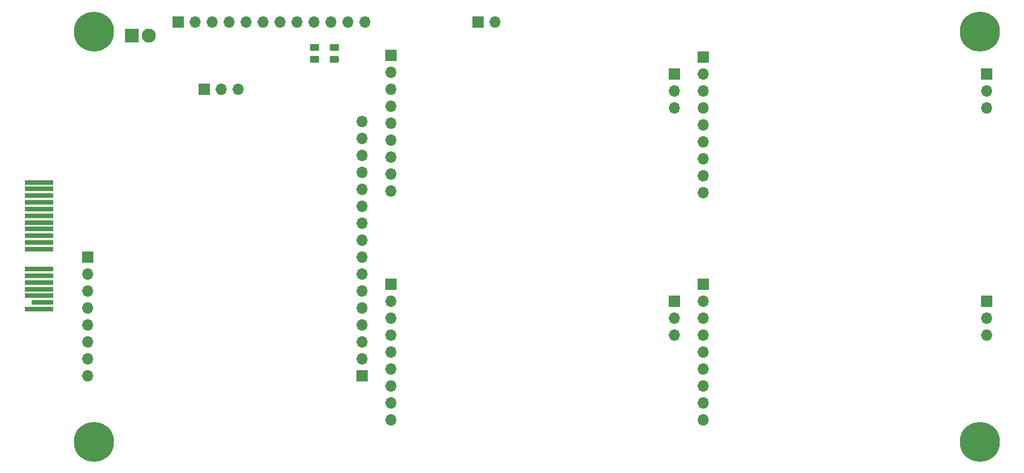
<source format=gbr>
%TF.GenerationSoftware,KiCad,Pcbnew,(6.0.0-0)*%
%TF.CreationDate,2022-05-04T11:48:17-04:00*%
%TF.ProjectId,ADC-Backplane,4144432d-4261-4636-9b70-6c616e652e6b,rev?*%
%TF.SameCoordinates,Original*%
%TF.FileFunction,Soldermask,Top*%
%TF.FilePolarity,Negative*%
%FSLAX46Y46*%
G04 Gerber Fmt 4.6, Leading zero omitted, Abs format (unit mm)*
G04 Created by KiCad (PCBNEW (6.0.0-0)) date 2022-05-04 11:48:17*
%MOMM*%
%LPD*%
G01*
G04 APERTURE LIST*
G04 Aperture macros list*
%AMRoundRect*
0 Rectangle with rounded corners*
0 $1 Rounding radius*
0 $2 $3 $4 $5 $6 $7 $8 $9 X,Y pos of 4 corners*
0 Add a 4 corners polygon primitive as box body*
4,1,4,$2,$3,$4,$5,$6,$7,$8,$9,$2,$3,0*
0 Add four circle primitives for the rounded corners*
1,1,$1+$1,$2,$3*
1,1,$1+$1,$4,$5*
1,1,$1+$1,$6,$7*
1,1,$1+$1,$8,$9*
0 Add four rect primitives between the rounded corners*
20,1,$1+$1,$2,$3,$4,$5,0*
20,1,$1+$1,$4,$5,$6,$7,0*
20,1,$1+$1,$6,$7,$8,$9,0*
20,1,$1+$1,$8,$9,$2,$3,0*%
G04 Aperture macros list end*
%ADD10R,1.700000X1.700000*%
%ADD11O,1.700000X1.700000*%
%ADD12R,4.300000X0.700000*%
%ADD13R,3.200000X0.700000*%
%ADD14RoundRect,0.250000X-0.450000X0.262500X-0.450000X-0.262500X0.450000X-0.262500X0.450000X0.262500X0*%
%ADD15C,0.800000*%
%ADD16C,6.000000*%
%ADD17R,2.100000X2.100000*%
%ADD18C,2.100000*%
G04 APERTURE END LIST*
D10*
%TO.C,J13*%
X86190000Y-100584000D03*
D11*
X86190000Y-103124000D03*
X86190000Y-105664000D03*
X86190000Y-108204000D03*
X86190000Y-110744000D03*
X86190000Y-113284000D03*
X86190000Y-115824000D03*
X86190000Y-118364000D03*
%TD*%
D12*
%TO.C,J15*%
X78870000Y-103408000D03*
X78870000Y-102408000D03*
X78870000Y-108408000D03*
D13*
X79420000Y-107408000D03*
D12*
X78870000Y-106408000D03*
X78870000Y-105408000D03*
X78870000Y-104408000D03*
X78870000Y-99408000D03*
X78870000Y-98408000D03*
X78870000Y-97408000D03*
X78870000Y-96408000D03*
X78870000Y-95408000D03*
X78870000Y-94408000D03*
X78870000Y-93408000D03*
X78870000Y-92408000D03*
X78870000Y-91408000D03*
X78870000Y-90408000D03*
X78870000Y-89408000D03*
%TD*%
D10*
%TO.C,J8*%
X173990000Y-107188000D03*
D11*
X173990000Y-109728000D03*
X173990000Y-112268000D03*
%TD*%
D10*
%TO.C,J2*%
X131597000Y-70368000D03*
D11*
X131597000Y-72908000D03*
X131597000Y-75448000D03*
X131597000Y-77988000D03*
X131597000Y-80528000D03*
X131597000Y-83068000D03*
X131597000Y-85608000D03*
X131597000Y-88148000D03*
X131597000Y-90688000D03*
%TD*%
D10*
%TO.C,J5*%
X99765000Y-65395000D03*
D11*
X102305000Y-65395000D03*
X104845000Y-65395000D03*
X107385000Y-65395000D03*
X109925000Y-65395000D03*
X112465000Y-65395000D03*
X115005000Y-65395000D03*
X117545000Y-65395000D03*
X120085000Y-65395000D03*
X122625000Y-65395000D03*
X125165000Y-65395000D03*
X127705000Y-65395000D03*
%TD*%
D14*
%TO.C,R1*%
X120142000Y-69191500D03*
X120142000Y-71016500D03*
%TD*%
D10*
%TO.C,J3*%
X174015000Y-73167000D03*
D11*
X174015000Y-75707000D03*
X174015000Y-78247000D03*
%TD*%
D15*
%TO.C,REF\u002A\u002A*%
X88712990Y-129860990D03*
X88712990Y-126679010D03*
D16*
X87122000Y-128270000D03*
D15*
X87122000Y-130520000D03*
X87122000Y-126020000D03*
X89372000Y-128270000D03*
X84872000Y-128270000D03*
X85531010Y-126679010D03*
X85531010Y-129860990D03*
%TD*%
%TO.C,REF\u002A\u002A*%
X219710000Y-64552000D03*
X221960000Y-66802000D03*
X218119010Y-65211010D03*
X221300990Y-68392990D03*
X217460000Y-66802000D03*
D16*
X219710000Y-66802000D03*
D15*
X221300990Y-65211010D03*
X218119010Y-68392990D03*
X219710000Y-69052000D03*
%TD*%
D10*
%TO.C,J1*%
X144610000Y-65390000D03*
D11*
X147150000Y-65390000D03*
%TD*%
D10*
%TO.C,J9*%
X178308000Y-104648000D03*
D11*
X178308000Y-107188000D03*
X178308000Y-109728000D03*
X178308000Y-112268000D03*
X178308000Y-114808000D03*
X178308000Y-117348000D03*
X178308000Y-119888000D03*
X178308000Y-122428000D03*
X178308000Y-124968000D03*
%TD*%
D10*
%TO.C,J6*%
X220751000Y-73167000D03*
D11*
X220751000Y-75707000D03*
X220751000Y-78247000D03*
%TD*%
D15*
%TO.C,REF\u002A\u002A*%
X84872000Y-66802000D03*
D16*
X87122000Y-66802000D03*
D15*
X89372000Y-66802000D03*
X85531010Y-65211010D03*
X85531010Y-68392990D03*
X87122000Y-69052000D03*
X87122000Y-64552000D03*
X88712990Y-65211010D03*
X88712990Y-68392990D03*
%TD*%
%TO.C,REF\u002A\u002A*%
X219710000Y-130520000D03*
D16*
X219710000Y-128270000D03*
D15*
X221300990Y-129860990D03*
X217460000Y-128270000D03*
X218119010Y-126679010D03*
X218119010Y-129860990D03*
X221960000Y-128270000D03*
X221300990Y-126679010D03*
X219710000Y-126020000D03*
%TD*%
D10*
%TO.C,J12*%
X127254000Y-118364000D03*
D11*
X127254000Y-115824000D03*
X127254000Y-113284000D03*
X127254000Y-110744000D03*
X127254000Y-108204000D03*
X127254000Y-105664000D03*
X127254000Y-103124000D03*
X127254000Y-100584000D03*
X127254000Y-98044000D03*
X127254000Y-95504000D03*
X127254000Y-92964000D03*
X127254000Y-90424000D03*
X127254000Y-87884000D03*
X127254000Y-85344000D03*
X127254000Y-82804000D03*
X127254000Y-80264000D03*
%TD*%
D17*
%TO.C,J14*%
X92820000Y-67424000D03*
D18*
X95360000Y-67424000D03*
%TD*%
D10*
%TO.C,J7*%
X131572000Y-104648000D03*
D11*
X131572000Y-107188000D03*
X131572000Y-109728000D03*
X131572000Y-112268000D03*
X131572000Y-114808000D03*
X131572000Y-117348000D03*
X131572000Y-119888000D03*
X131572000Y-122428000D03*
X131572000Y-124968000D03*
%TD*%
D10*
%TO.C,J10*%
X220751000Y-107188000D03*
D11*
X220751000Y-109728000D03*
X220751000Y-112268000D03*
%TD*%
D10*
%TO.C,J4*%
X178308000Y-70612000D03*
D11*
X178308000Y-73152000D03*
X178308000Y-75692000D03*
X178308000Y-78232000D03*
X178308000Y-80772000D03*
X178308000Y-83312000D03*
X178308000Y-85852000D03*
X178308000Y-88392000D03*
X178308000Y-90932000D03*
%TD*%
D10*
%TO.C,J11*%
X103632000Y-75438000D03*
D11*
X106172000Y-75438000D03*
X108712000Y-75438000D03*
%TD*%
D14*
%TO.C,R2*%
X123092000Y-69191500D03*
X123092000Y-71016500D03*
%TD*%
M02*

</source>
